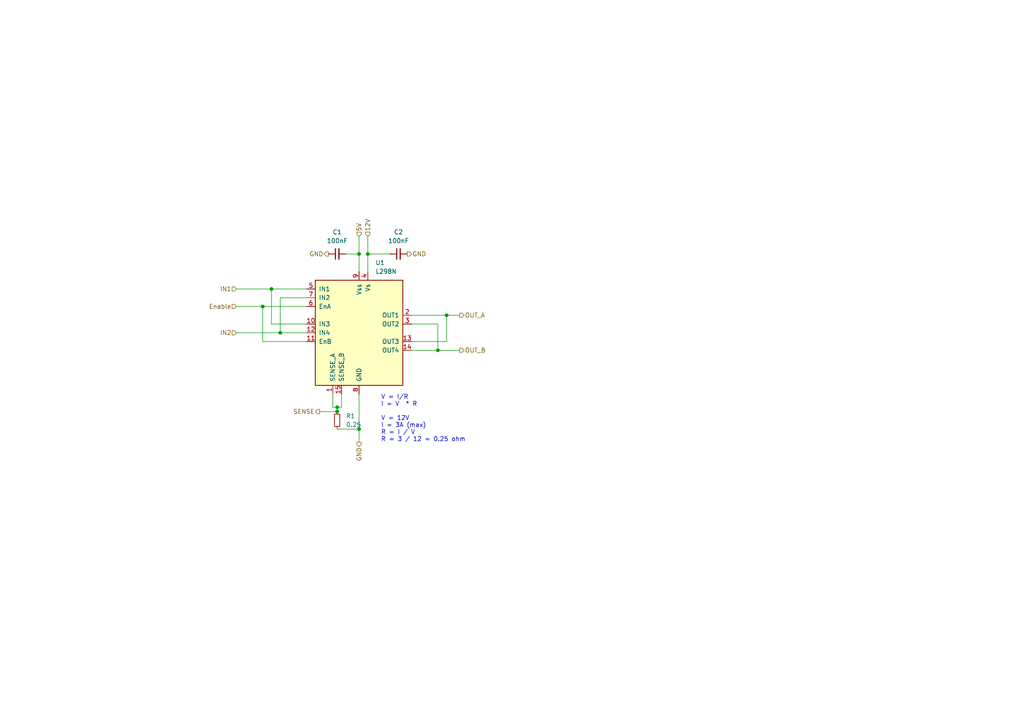
<source format=kicad_sch>
(kicad_sch (version 20230121) (generator eeschema)

  (uuid ad6f0fd9-56d4-443b-962c-b384c9d18324)

  (paper "A4")

  (lib_symbols
    (symbol "Device:C_Small" (pin_numbers hide) (pin_names (offset 0.254) hide) (in_bom yes) (on_board yes)
      (property "Reference" "C" (at 0.254 1.778 0)
        (effects (font (size 1.27 1.27)) (justify left))
      )
      (property "Value" "C_Small" (at 0.254 -2.032 0)
        (effects (font (size 1.27 1.27)) (justify left))
      )
      (property "Footprint" "" (at 0 0 0)
        (effects (font (size 1.27 1.27)) hide)
      )
      (property "Datasheet" "~" (at 0 0 0)
        (effects (font (size 1.27 1.27)) hide)
      )
      (property "ki_keywords" "capacitor cap" (at 0 0 0)
        (effects (font (size 1.27 1.27)) hide)
      )
      (property "ki_description" "Unpolarized capacitor, small symbol" (at 0 0 0)
        (effects (font (size 1.27 1.27)) hide)
      )
      (property "ki_fp_filters" "C_*" (at 0 0 0)
        (effects (font (size 1.27 1.27)) hide)
      )
      (symbol "C_Small_0_1"
        (polyline
          (pts
            (xy -1.524 -0.508)
            (xy 1.524 -0.508)
          )
          (stroke (width 0.3302) (type default))
          (fill (type none))
        )
        (polyline
          (pts
            (xy -1.524 0.508)
            (xy 1.524 0.508)
          )
          (stroke (width 0.3048) (type default))
          (fill (type none))
        )
      )
      (symbol "C_Small_1_1"
        (pin passive line (at 0 2.54 270) (length 2.032)
          (name "~" (effects (font (size 1.27 1.27))))
          (number "1" (effects (font (size 1.27 1.27))))
        )
        (pin passive line (at 0 -2.54 90) (length 2.032)
          (name "~" (effects (font (size 1.27 1.27))))
          (number "2" (effects (font (size 1.27 1.27))))
        )
      )
    )
    (symbol "Device:R_Small" (pin_numbers hide) (pin_names (offset 0.254) hide) (in_bom yes) (on_board yes)
      (property "Reference" "R" (at 0.762 0.508 0)
        (effects (font (size 1.27 1.27)) (justify left))
      )
      (property "Value" "R_Small" (at 0.762 -1.016 0)
        (effects (font (size 1.27 1.27)) (justify left))
      )
      (property "Footprint" "" (at 0 0 0)
        (effects (font (size 1.27 1.27)) hide)
      )
      (property "Datasheet" "~" (at 0 0 0)
        (effects (font (size 1.27 1.27)) hide)
      )
      (property "ki_keywords" "R resistor" (at 0 0 0)
        (effects (font (size 1.27 1.27)) hide)
      )
      (property "ki_description" "Resistor, small symbol" (at 0 0 0)
        (effects (font (size 1.27 1.27)) hide)
      )
      (property "ki_fp_filters" "R_*" (at 0 0 0)
        (effects (font (size 1.27 1.27)) hide)
      )
      (symbol "R_Small_0_1"
        (rectangle (start -0.762 1.778) (end 0.762 -1.778)
          (stroke (width 0.2032) (type default))
          (fill (type none))
        )
      )
      (symbol "R_Small_1_1"
        (pin passive line (at 0 2.54 270) (length 0.762)
          (name "~" (effects (font (size 1.27 1.27))))
          (number "1" (effects (font (size 1.27 1.27))))
        )
        (pin passive line (at 0 -2.54 90) (length 0.762)
          (name "~" (effects (font (size 1.27 1.27))))
          (number "2" (effects (font (size 1.27 1.27))))
        )
      )
    )
    (symbol "Driver_Motor:L298N" (pin_names (offset 1.016)) (in_bom yes) (on_board yes)
      (property "Reference" "U" (at -10.16 16.51 0)
        (effects (font (size 1.27 1.27)) (justify right))
      )
      (property "Value" "L298N" (at 12.7 16.51 0)
        (effects (font (size 1.27 1.27)) (justify right))
      )
      (property "Footprint" "Package_TO_SOT_THT:TO-220-15_P2.54x2.54mm_StaggerOdd_Lead4.58mm_Vertical" (at 1.27 -16.51 0)
        (effects (font (size 1.27 1.27)) (justify left) hide)
      )
      (property "Datasheet" "http://www.st.com/st-web-ui/static/active/en/resource/technical/document/datasheet/CD00000240.pdf" (at 3.81 6.35 0)
        (effects (font (size 1.27 1.27)) hide)
      )
      (property "ki_keywords" "H-bridge motor driver" (at 0 0 0)
        (effects (font (size 1.27 1.27)) hide)
      )
      (property "ki_description" "Dual full bridge motor driver, up to 46V, 4A, Multiwatt15-V" (at 0 0 0)
        (effects (font (size 1.27 1.27)) hide)
      )
      (property "ki_fp_filters" "TO?220*StaggerOdd*Vertical*" (at 0 0 0)
        (effects (font (size 1.27 1.27)) hide)
      )
      (symbol "L298N_0_1"
        (rectangle (start -12.7 15.24) (end 12.7 -15.24)
          (stroke (width 0.254) (type default))
          (fill (type background))
        )
      )
      (symbol "L298N_1_1"
        (pin power_in line (at -7.62 -17.78 90) (length 2.54)
          (name "SENSE_A" (effects (font (size 1.27 1.27))))
          (number "1" (effects (font (size 1.27 1.27))))
        )
        (pin input line (at -15.24 2.54 0) (length 2.54)
          (name "IN3" (effects (font (size 1.27 1.27))))
          (number "10" (effects (font (size 1.27 1.27))))
        )
        (pin input line (at -15.24 -2.54 0) (length 2.54)
          (name "EnB" (effects (font (size 1.27 1.27))))
          (number "11" (effects (font (size 1.27 1.27))))
        )
        (pin input line (at -15.24 0 0) (length 2.54)
          (name "IN4" (effects (font (size 1.27 1.27))))
          (number "12" (effects (font (size 1.27 1.27))))
        )
        (pin output line (at 15.24 -2.54 180) (length 2.54)
          (name "OUT3" (effects (font (size 1.27 1.27))))
          (number "13" (effects (font (size 1.27 1.27))))
        )
        (pin output line (at 15.24 -5.08 180) (length 2.54)
          (name "OUT4" (effects (font (size 1.27 1.27))))
          (number "14" (effects (font (size 1.27 1.27))))
        )
        (pin power_in line (at -5.08 -17.78 90) (length 2.54)
          (name "SENSE_B" (effects (font (size 1.27 1.27))))
          (number "15" (effects (font (size 1.27 1.27))))
        )
        (pin output line (at 15.24 5.08 180) (length 2.54)
          (name "OUT1" (effects (font (size 1.27 1.27))))
          (number "2" (effects (font (size 1.27 1.27))))
        )
        (pin output line (at 15.24 2.54 180) (length 2.54)
          (name "OUT2" (effects (font (size 1.27 1.27))))
          (number "3" (effects (font (size 1.27 1.27))))
        )
        (pin power_in line (at 2.54 17.78 270) (length 2.54)
          (name "Vs" (effects (font (size 1.27 1.27))))
          (number "4" (effects (font (size 1.27 1.27))))
        )
        (pin input line (at -15.24 12.7 0) (length 2.54)
          (name "IN1" (effects (font (size 1.27 1.27))))
          (number "5" (effects (font (size 1.27 1.27))))
        )
        (pin input line (at -15.24 7.62 0) (length 2.54)
          (name "EnA" (effects (font (size 1.27 1.27))))
          (number "6" (effects (font (size 1.27 1.27))))
        )
        (pin input line (at -15.24 10.16 0) (length 2.54)
          (name "IN2" (effects (font (size 1.27 1.27))))
          (number "7" (effects (font (size 1.27 1.27))))
        )
        (pin power_in line (at 0 -17.78 90) (length 2.54)
          (name "GND" (effects (font (size 1.27 1.27))))
          (number "8" (effects (font (size 1.27 1.27))))
        )
        (pin power_in line (at 0 17.78 270) (length 2.54)
          (name "Vss" (effects (font (size 1.27 1.27))))
          (number "9" (effects (font (size 1.27 1.27))))
        )
      )
    )
  )

  (junction (at 78.74 83.82) (diameter 0) (color 0 0 0 0)
    (uuid 041628ae-27fa-4151-9964-29b965ca2a1f)
  )
  (junction (at 127 101.6) (diameter 0) (color 0 0 0 0)
    (uuid 04e834b8-a373-4b14-8dce-14146aebb7d7)
  )
  (junction (at 104.14 73.66) (diameter 0) (color 0 0 0 0)
    (uuid 20898baa-40fd-4189-be4a-dca710a7ed47)
  )
  (junction (at 97.79 119.38) (diameter 0) (color 0 0 0 0)
    (uuid 25c2f3ab-4015-4418-beb4-3c132e5c4faf)
  )
  (junction (at 104.14 124.46) (diameter 0) (color 0 0 0 0)
    (uuid 3233bdb6-957c-45ee-a10a-881b4f7896a2)
  )
  (junction (at 76.2 88.9) (diameter 0) (color 0 0 0 0)
    (uuid 4a2a6b8e-7e0b-4e7f-b75a-08bb7143c8d4)
  )
  (junction (at 97.79 118.11) (diameter 0) (color 0 0 0 0)
    (uuid 6483b1a0-1f52-42f8-98c7-6a12ae086157)
  )
  (junction (at 106.68 73.66) (diameter 0) (color 0 0 0 0)
    (uuid 651ced4e-f494-4e1b-b652-c2e8d20105cd)
  )
  (junction (at 81.28 96.52) (diameter 0) (color 0 0 0 0)
    (uuid 7ae36d0f-870d-4eb6-a03f-85a0187f8db6)
  )
  (junction (at 129.54 91.44) (diameter 0) (color 0 0 0 0)
    (uuid d608cb5e-cb55-4041-95e4-ae09d1a44c00)
  )

  (wire (pts (xy 129.54 91.44) (xy 133.35 91.44))
    (stroke (width 0) (type default))
    (uuid 05f8733e-b853-4dc3-a8aa-8dbc92f95345)
  )
  (wire (pts (xy 104.14 68.58) (xy 104.14 73.66))
    (stroke (width 0) (type default))
    (uuid 179bdea4-aab0-422a-8795-8db5e9c72064)
  )
  (wire (pts (xy 88.9 99.06) (xy 76.2 99.06))
    (stroke (width 0) (type default))
    (uuid 1eb85af5-0a7a-4d0e-b01c-ba0ac5aacf05)
  )
  (wire (pts (xy 106.68 68.58) (xy 106.68 73.66))
    (stroke (width 0) (type default))
    (uuid 1ecf62e5-d60f-435e-a54a-a6a2760e1a21)
  )
  (wire (pts (xy 96.52 118.11) (xy 97.79 118.11))
    (stroke (width 0) (type default))
    (uuid 28f2ebbb-a652-40c6-8667-d93f00720df1)
  )
  (wire (pts (xy 81.28 96.52) (xy 88.9 96.52))
    (stroke (width 0) (type default))
    (uuid 2abd61a2-562d-4844-a53d-ca5d8c35dda0)
  )
  (wire (pts (xy 76.2 88.9) (xy 88.9 88.9))
    (stroke (width 0) (type default))
    (uuid 33a32bba-9dcb-44fa-8597-4923729b3ece)
  )
  (wire (pts (xy 97.79 124.46) (xy 104.14 124.46))
    (stroke (width 0) (type default))
    (uuid 3c1e4b81-d245-4f35-8457-0fd0f7ae7459)
  )
  (wire (pts (xy 104.14 114.3) (xy 104.14 124.46))
    (stroke (width 0) (type default))
    (uuid 3eda90ce-697e-435e-a3e6-2b98f65cc453)
  )
  (wire (pts (xy 106.68 73.66) (xy 113.03 73.66))
    (stroke (width 0) (type default))
    (uuid 4409037b-1db6-47c8-a56a-c35bdbf451dd)
  )
  (wire (pts (xy 97.79 118.11) (xy 97.79 119.38))
    (stroke (width 0) (type default))
    (uuid 47a779c6-2375-41c2-8073-3549159a41b5)
  )
  (wire (pts (xy 100.33 73.66) (xy 104.14 73.66))
    (stroke (width 0) (type default))
    (uuid 4cdc2ef8-50ac-4090-9bc9-993743dcdc03)
  )
  (wire (pts (xy 81.28 86.36) (xy 81.28 96.52))
    (stroke (width 0) (type default))
    (uuid 4dbd0f45-13bf-4434-baa0-302265a7709e)
  )
  (wire (pts (xy 76.2 99.06) (xy 76.2 88.9))
    (stroke (width 0) (type default))
    (uuid 4f3ecfbb-e9e7-47f7-a837-05f7e2d061e8)
  )
  (wire (pts (xy 127 101.6) (xy 133.35 101.6))
    (stroke (width 0) (type default))
    (uuid 517923b8-ac18-407d-a4d1-a5f6c4c36da7)
  )
  (wire (pts (xy 104.14 124.46) (xy 104.14 128.27))
    (stroke (width 0) (type default))
    (uuid 67ae79d6-97bb-486b-a4a2-960c8e1fcc8b)
  )
  (wire (pts (xy 68.58 88.9) (xy 76.2 88.9))
    (stroke (width 0) (type default))
    (uuid 691b57c3-fb7e-4281-975d-6d1668a63e4d)
  )
  (wire (pts (xy 68.58 96.52) (xy 81.28 96.52))
    (stroke (width 0) (type default))
    (uuid 73f12aef-56b3-4392-95a4-c6cbf674ad99)
  )
  (wire (pts (xy 106.68 73.66) (xy 106.68 78.74))
    (stroke (width 0) (type default))
    (uuid 82dd7dc1-423f-4074-b508-98b1ed1316d3)
  )
  (wire (pts (xy 92.71 119.38) (xy 97.79 119.38))
    (stroke (width 0) (type default))
    (uuid 8769c4e5-9f72-429b-9c59-940366a4f824)
  )
  (wire (pts (xy 119.38 99.06) (xy 129.54 99.06))
    (stroke (width 0) (type default))
    (uuid 9c93e136-7a4e-4f4f-9f38-020d0f6bfc0f)
  )
  (wire (pts (xy 104.14 73.66) (xy 104.14 78.74))
    (stroke (width 0) (type default))
    (uuid b461f58c-956d-4670-a4e6-379093680374)
  )
  (wire (pts (xy 119.38 93.98) (xy 127 93.98))
    (stroke (width 0) (type default))
    (uuid b874e792-8dda-4be5-9cbd-d8d8ac6d00b6)
  )
  (wire (pts (xy 97.79 118.11) (xy 99.06 118.11))
    (stroke (width 0) (type default))
    (uuid bd2adbf3-5a10-45a0-bc67-598fe80f1455)
  )
  (wire (pts (xy 78.74 93.98) (xy 78.74 83.82))
    (stroke (width 0) (type default))
    (uuid caade2a9-d3b7-4777-96a3-863acb8d175b)
  )
  (wire (pts (xy 99.06 114.3) (xy 99.06 118.11))
    (stroke (width 0) (type default))
    (uuid d295cd5e-b84c-46c6-8680-38f0387d0f1c)
  )
  (wire (pts (xy 68.58 83.82) (xy 78.74 83.82))
    (stroke (width 0) (type default))
    (uuid d8b0d57d-4745-46bf-aae1-4cae7704ba4c)
  )
  (wire (pts (xy 119.38 101.6) (xy 127 101.6))
    (stroke (width 0) (type default))
    (uuid db0ae38a-d6bc-4a89-90c5-f45bc7e5a8b2)
  )
  (wire (pts (xy 127 93.98) (xy 127 101.6))
    (stroke (width 0) (type default))
    (uuid dc21f696-47ac-4f02-abc1-02dd6e3a3a5b)
  )
  (wire (pts (xy 78.74 93.98) (xy 88.9 93.98))
    (stroke (width 0) (type default))
    (uuid dd7721e4-8060-4600-b49c-bb328a4be0b8)
  )
  (wire (pts (xy 129.54 99.06) (xy 129.54 91.44))
    (stroke (width 0) (type default))
    (uuid df5fbd89-3cb0-4826-ab49-a5424b2a5107)
  )
  (wire (pts (xy 78.74 83.82) (xy 88.9 83.82))
    (stroke (width 0) (type default))
    (uuid e8414c27-f437-40b9-98de-ab8bb0e0bb58)
  )
  (wire (pts (xy 96.52 114.3) (xy 96.52 118.11))
    (stroke (width 0) (type default))
    (uuid efe5f7bd-55d2-412e-a601-4775f202045f)
  )
  (wire (pts (xy 119.38 91.44) (xy 129.54 91.44))
    (stroke (width 0) (type default))
    (uuid f06191f9-1485-4d2d-9500-1ae45baa8ab3)
  )
  (wire (pts (xy 88.9 86.36) (xy 81.28 86.36))
    (stroke (width 0) (type default))
    (uuid f8bf346d-37b5-4921-a0b9-3449008f925a)
  )

  (text "V = I/R\nI = V  * R\n\nV = 12V\nI = 3A (max)\nR = I / V\nR = 3 / 12 = 0.25 ohm"
    (at 110.49 128.27 0)
    (effects (font (size 1.27 1.27)) (justify left bottom))
    (uuid 9194876d-08a6-47b6-a48a-8f36b60e1c18)
  )

  (hierarchical_label "OUT_A" (shape output) (at 133.35 91.44 0) (fields_autoplaced)
    (effects (font (size 1.27 1.27)) (justify left))
    (uuid 0df1b924-c8df-4d0c-9f42-7980c91f458e)
  )
  (hierarchical_label "GND" (shape output) (at 104.14 128.27 270) (fields_autoplaced)
    (effects (font (size 1.27 1.27)) (justify right))
    (uuid 10105376-11d3-4eb7-ae43-8bf85f1e3cce)
  )
  (hierarchical_label "SENSE" (shape output) (at 92.71 119.38 180) (fields_autoplaced)
    (effects (font (size 1.27 1.27)) (justify right))
    (uuid 273d88ee-116a-40a2-ad9a-0b7a662ddbac)
  )
  (hierarchical_label "5V" (shape input) (at 104.14 68.58 90) (fields_autoplaced)
    (effects (font (size 1.27 1.27)) (justify left))
    (uuid 443adfe5-7c7a-46ea-b240-a7a5b7cf8599)
  )
  (hierarchical_label "IN1" (shape input) (at 68.58 83.82 180) (fields_autoplaced)
    (effects (font (size 1.27 1.27)) (justify right))
    (uuid 625b3d1b-046c-4e1f-9b65-effbfa7cc807)
  )
  (hierarchical_label "12V" (shape input) (at 106.68 68.58 90) (fields_autoplaced)
    (effects (font (size 1.27 1.27)) (justify left))
    (uuid 6d804aee-ccd5-48bc-a2b2-460aba338185)
  )
  (hierarchical_label "GND" (shape output) (at 118.11 73.66 0) (fields_autoplaced)
    (effects (font (size 1.27 1.27)) (justify left))
    (uuid 9bff7b09-b5f8-4a5e-8ec4-eb1bfcfb419f)
  )
  (hierarchical_label "IN2" (shape input) (at 68.58 96.52 180) (fields_autoplaced)
    (effects (font (size 1.27 1.27)) (justify right))
    (uuid a12f76e1-9096-4b25-ad05-771b85eb7f75)
  )
  (hierarchical_label "Enable" (shape input) (at 68.58 88.9 180) (fields_autoplaced)
    (effects (font (size 1.27 1.27)) (justify right))
    (uuid b76d5c22-8ffb-4760-8784-f1ba3faa1404)
  )
  (hierarchical_label "OUT_B" (shape output) (at 133.35 101.6 0) (fields_autoplaced)
    (effects (font (size 1.27 1.27)) (justify left))
    (uuid d672989b-6946-4b0e-b121-0dcd7090052f)
  )
  (hierarchical_label "GND" (shape output) (at 95.25 73.66 180) (fields_autoplaced)
    (effects (font (size 1.27 1.27)) (justify right))
    (uuid d89d8d9f-3b4f-44c5-b331-192d9ebf06cc)
  )

  (symbol (lib_id "Device:C_Small") (at 97.79 73.66 90) (unit 1)
    (in_bom yes) (on_board yes) (dnp no) (fields_autoplaced)
    (uuid 17f05d83-2ee8-4b66-8f8a-d91c3f98de94)
    (property "Reference" "C1" (at 97.7963 67.31 90)
      (effects (font (size 1.27 1.27)))
    )
    (property "Value" "100nF" (at 97.7963 69.85 90)
      (effects (font (size 1.27 1.27)))
    )
    (property "Footprint" "Capacitor_SMD:C_0603_1608Metric" (at 97.79 73.66 0)
      (effects (font (size 1.27 1.27)) hide)
    )
    (property "Datasheet" "~" (at 97.79 73.66 0)
      (effects (font (size 1.27 1.27)) hide)
    )
    (pin "1" (uuid dc83fea9-a6ae-42f0-b02f-a491725ca7c0))
    (pin "2" (uuid 61d1a5e6-a69e-4ab1-950c-1a8d6ace2dd3))
    (instances
      (project "l298n"
        (path "/171ee9f9-dcb2-4c2f-83e0-3a502de49ed9/95874c61-b48e-47df-975e-26927f4643f6"
          (reference "C1") (unit 1)
        )
      )
    )
  )

  (symbol (lib_id "Driver_Motor:L298N") (at 104.14 96.52 0) (unit 1)
    (in_bom yes) (on_board yes) (dnp no) (fields_autoplaced)
    (uuid 24432a2b-df4a-4694-baab-434c10c716e4)
    (property "Reference" "U1" (at 108.8741 76.2 0)
      (effects (font (size 1.27 1.27)) (justify left))
    )
    (property "Value" "L298N" (at 108.8741 78.74 0)
      (effects (font (size 1.27 1.27)) (justify left))
    )
    (property "Footprint" "Package_TO_SOT_THT:TO-220-15_P2.54x2.54mm_StaggerOdd_Lead4.58mm_Vertical" (at 105.41 113.03 0)
      (effects (font (size 1.27 1.27)) (justify left) hide)
    )
    (property "Datasheet" "http://www.st.com/st-web-ui/static/active/en/resource/technical/document/datasheet/CD00000240.pdf" (at 107.95 90.17 0)
      (effects (font (size 1.27 1.27)) hide)
    )
    (pin "1" (uuid f14345c9-d498-477a-8ea0-cfbbf349d190))
    (pin "10" (uuid 372a949c-c5aa-4aa6-aa1d-267993862278))
    (pin "11" (uuid c2902dce-e219-4a49-be2d-c26e3f1432cd))
    (pin "12" (uuid 2d1cda9e-d5a2-4940-ba01-8d769ce6b95d))
    (pin "13" (uuid c66a4e6e-7c86-4746-9302-795ffbd7b038))
    (pin "14" (uuid 85cf5b9f-04bc-4c96-8294-5b71b494b993))
    (pin "15" (uuid d2c5e7ff-ff01-4703-83d6-21f1139fd7a1))
    (pin "2" (uuid fba3583c-0041-46d9-ad35-971948c58c6d))
    (pin "3" (uuid 32dc3de6-70d9-4731-92f4-ed939b8ae272))
    (pin "4" (uuid 5a73d45e-aed7-4600-8601-55a017f9e1d0))
    (pin "5" (uuid 3f7f1c7c-71af-4f55-80e6-0bc82b406f9c))
    (pin "6" (uuid bd7cf97c-f3a2-4506-acd2-760055df642c))
    (pin "7" (uuid 5f295fc0-8f70-4519-947d-d7a552b81fab))
    (pin "8" (uuid 2330ab6c-3573-4d24-ae3a-348f6ffdc8af))
    (pin "9" (uuid a6841a42-3970-463c-bd87-7b0d123ac800))
    (instances
      (project "l298n"
        (path "/171ee9f9-dcb2-4c2f-83e0-3a502de49ed9"
          (reference "U1") (unit 1)
        )
        (path "/171ee9f9-dcb2-4c2f-83e0-3a502de49ed9/95874c61-b48e-47df-975e-26927f4643f6"
          (reference "U1") (unit 1)
        )
      )
    )
  )

  (symbol (lib_id "Device:C_Small") (at 115.57 73.66 90) (unit 1)
    (in_bom yes) (on_board yes) (dnp no) (fields_autoplaced)
    (uuid 9a1088c1-6640-4d68-afad-34c483711816)
    (property "Reference" "C2" (at 115.5763 67.31 90)
      (effects (font (size 1.27 1.27)))
    )
    (property "Value" "100nF" (at 115.5763 69.85 90)
      (effects (font (size 1.27 1.27)))
    )
    (property "Footprint" "Capacitor_SMD:C_0603_1608Metric" (at 115.57 73.66 0)
      (effects (font (size 1.27 1.27)) hide)
    )
    (property "Datasheet" "~" (at 115.57 73.66 0)
      (effects (font (size 1.27 1.27)) hide)
    )
    (pin "1" (uuid f600c934-92f4-437d-ac66-c50f2fc4a205))
    (pin "2" (uuid b5f76cac-5d89-41f2-9b70-ff61f364e3f7))
    (instances
      (project "l298n"
        (path "/171ee9f9-dcb2-4c2f-83e0-3a502de49ed9/95874c61-b48e-47df-975e-26927f4643f6"
          (reference "C2") (unit 1)
        )
      )
    )
  )

  (symbol (lib_id "Device:R_Small") (at 97.79 121.92 0) (unit 1)
    (in_bom yes) (on_board yes) (dnp no) (fields_autoplaced)
    (uuid dbacf1e2-6f6c-4e1a-903f-2cb98128fbf5)
    (property "Reference" "R1" (at 100.33 120.65 0)
      (effects (font (size 1.27 1.27)) (justify left))
    )
    (property "Value" "0.25" (at 100.33 123.19 0)
      (effects (font (size 1.27 1.27)) (justify left))
    )
    (property "Footprint" "PCM_Resistor_SMD_AKL:R_0603_1608Metric_Pad1.05x0.95mm" (at 97.79 121.92 0)
      (effects (font (size 1.27 1.27)) hide)
    )
    (property "Datasheet" "~" (at 97.79 121.92 0)
      (effects (font (size 1.27 1.27)) hide)
    )
    (pin "1" (uuid 3b1b3465-cc8d-4e5b-978a-0ce59e2c36d0))
    (pin "2" (uuid 6073696b-7e34-4639-b828-d1982ea6352a))
    (instances
      (project "l298n"
        (path "/171ee9f9-dcb2-4c2f-83e0-3a502de49ed9/95874c61-b48e-47df-975e-26927f4643f6"
          (reference "R1") (unit 1)
        )
      )
    )
  )
)

</source>
